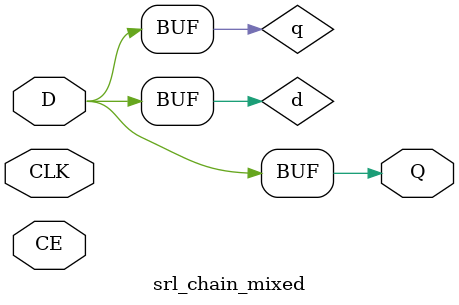
<source format=v>
`ifndef __ICARUS__
`include "srlc16e.v"
`endif

module srl_chain_mixed #(
    parameter [0:0] BEGIN_WITH_SRL16 = 0,  // Start with SRL16.
    parameter [1:0] NUM_SRL32        = 0,  // SRL32 count in the middle.
    parameter [0:0] END_WITH_SRL16   = 0,  // End on SRL16.
    parameter       SITE             = ""  // Site to LOC all bels to
) (
    input  wire CLK,
    input  wire CE,
    input  wire D,
    output wire Q
);

  // ============================================================================
  // SRL16 at the beginning
  wire d;

  generate
    if (BEGIN_WITH_SRL16) begin

      // Use SRL16
      (* KEEP, DONT_TOUCH *)
      SRLC16E beg_srl16 (
          .CLK(CLK),
          .CE (CE),
          .D  (D),
          .A0 (0),
          .A1 (0),
          .A2 (0),
          .A3 (0),
          .Q15(d)
      );

    end else begin

      // No SRL16
      assign d = D;

    end
  endgenerate

  // ============================================================================
  // Chain of 0 or more SRL32s
  wire q;

  genvar i;
  generate
    if (NUM_SRL32 > 0) begin

      wire [NUM_SRL32-1:0] srl_d;
      wire [NUM_SRL32-1:0] srl_q31;

      assign srl_d[0] = d;

      for (i = 0; i < NUM_SRL32; i = i + 1) begin

        (* KEEP, DONT_TOUCH *)
        SRLC32E srl (
            .CLK(CLK),
            .CE (CE),
            .A  (5'd0),
            .D  (srl_d[i]),
            .Q31(srl_q31[i])
        );

        if (i > 0) begin
          assign srl_d[i] = srl_q31[i-1];
        end

      end

      assign q = srl_q31[NUM_SRL32-1];

    end else begin

      // No SRL32s
      assign q = d;

    end
  endgenerate

  // ============================================================================
  // SRL16 at the end

  generate
    if (END_WITH_SRL16) begin

      // Use SRL16
      (* KEEP, DONT_TOUCH *)
      SRLC16E end_srl16 (
          .CLK(CLK),
          .CE (CE),
          .D  (q),
          .A0 (0),
          .A1 (0),
          .A2 (0),
          .A3 (0),
          .Q15(Q)
      );

    end else begin

      // No SRL16
      assign Q = q;

    end
  endgenerate

endmodule

</source>
